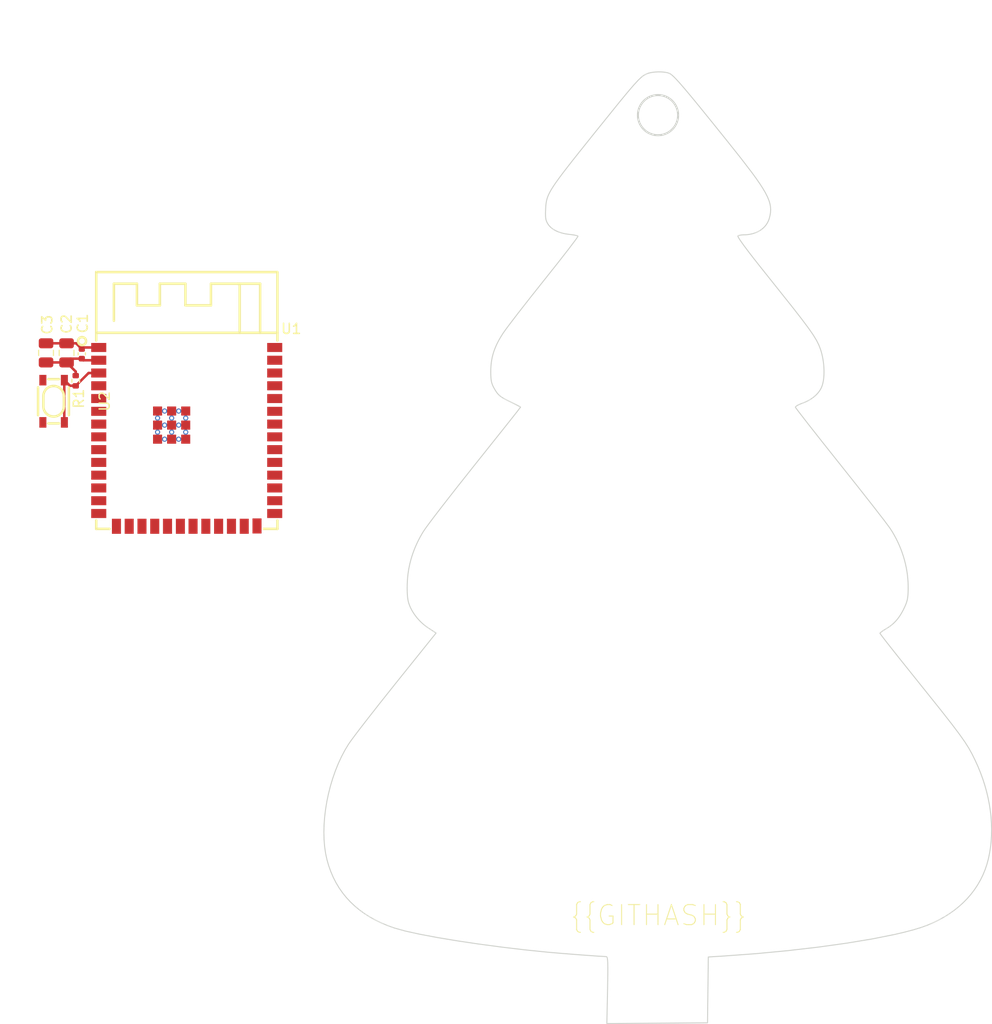
<source format=kicad_pcb>
(kicad_pcb (version 20221018) (generator pcbnew)
  (layers (0 "F.Cu" signal) (31 "B.Cu" signal) (34 "B.Paste" user) (35 "F.Paste" user) (36 "B.SilkS" user "B.Silkscreen") (37 "F.SilkS" user "F.Silkscreen") (38 "B.Mask" user) (39 "F.Mask" user) (44 "Edge.Cuts" user))
  (net 0 "")
  (net 1 "en")
  (net 2 "io4")
  (net 3 "io5")
  (net 4 "io6")
  (net 5 "io7")
  (net 6 "io15")
  (net 7 "io16")
  (net 8 "io17")
  (net 9 "io18")
  (net 10 "io8")
  (net 11 "io19")
  (net 12 "io20")
  (net 13 "io3")
  (net 14 "io46")
  (net 15 "io9")
  (net 16 "io10")
  (net 17 "io11")
  (net 18 "io12")
  (net 19 "io13")
  (net 20 "io14")
  (net 21 "io21")
  (net 22 "io47")
  (net 23 "io48")
  (net 24 "io45")
  (net 25 "io0")
  (net 26 "io35")
  (net 27 "io36")
  (net 28 "io37")
  (net 29 "io38")
  (net 30 "io39")
  (net 31 "io40")
  (net 32 "ic-gnd")
  (net 33 "vcc")
  (net 34 "io41")
  (net 35 "io42")
  (net 36 "rxd0")
  (net 37 "txd0")
  (net 38 "io2")
  (net 39 "io1")
  (footprint "lib:C0402" (layer "F.Cu") (at 103.924584 82.682368 90)
    (fp_text reference "C1" (at 3.023402 0.088001 90) (layer "F.SilkS"))
    (fp_text value "16V 100nF X7R ±10% 0402  Multilayer Ceramic Capacitors MLCC - SMD/SMT ROHS")
    (fp_line (start -0.107836 -0.36) (end 0.107836 -0.36) (stroke (width 0.12)) (layer "F.SilkS"))
    (fp_line (start -0.107836 0.36) (end 0.107836 0.36) (stroke (width 0.12)) (layer "F.SilkS"))
    (pad "1" smd roundrect (at -0.48 0 90) (size 0.56 0.62) (layers "F.Cu" "F.Paste" "F.Mask") (net 33 "vcc"))
    (pad "2" smd roundrect (at 0.48 0 90) (size 0.56 0.62) (layers "F.Cu" "F.Paste" "F.Mask") (net 32 "ic-gnd"))
  )
  (footprint "lib:C0805" (layer "F.Cu") (at 100.368882 82.586268 90)
    (fp_text reference "C3" (at 2.798816 0.113465 90) (layer "F.SilkS"))
    (fp_text value "25V 10uF X5R ±10% 0805  Multilayer Ceramic Capacitors MLCC - SMD/SMT ROHS")
    (fp_line (start -0.261252 -0.735) (end 0.261252 -0.735) (stroke (width 0.12)) (layer "F.SilkS"))
    (fp_line (start -0.261252 0.735) (end 0.261252 0.735) (stroke (width 0.12)) (layer "F.SilkS"))
    (pad "1" smd roundrect (at -0.95 0 90) (size 1 1.45) (layers "F.Cu" "F.Paste" "F.Mask") (net 33 "vcc"))
    (pad "2" smd roundrect (at 0.95 0 90) (size 1 1.45) (layers "F.Cu" "F.Paste" "F.Mask") (net 32 "ic-gnd"))
  )
  (footprint "lib:R0402" (layer "F.Cu") (at 103.319547 85.358186 -90)
    (fp_text reference "R1" (at 1.781932 -0.305591 90) (layer "F.SilkS"))
    (fp_text value "62.5mW Thick Film Resistors ±100ppm/℃ ±1% 10kΩ 0402  Chip Resistor - Surface Mount ROHS")
    (fp_line (start -0.153641 -0.38) (end 0.153641 -0.38) (stroke (width 0.12)) (layer "F.SilkS"))
    (fp_line (start -0.153641 0.38) (end 0.153641 0.38) (stroke (width 0.12)) (layer "F.SilkS"))
    (pad "1" smd roundrect (at -0.51 0 270) (size 0.54 0.64) (layers "F.Cu" "F.Paste" "F.Mask") (net 33 "vcc"))
    (pad "2" smd roundrect (at 0.51 0 270) (size 0.54 0.64) (layers "F.Cu" "F.Paste" "F.Mask") (net 1 "en"))
  )
  (footprint "lib:WIRELM-SMD_ESP32-S3-WROOM-1" (layer "F.Cu") (at 114.36 90.94)
    (fp_text reference "U1" (at 10.391182 -10.746991) (layer "F.SilkS"))
    (fp_text value "")
    (fp_line (start -9 -16.39) (end -9 -9.57) (stroke (width 0.25)) (layer "F.SilkS"))
    (fp_line (start -9 -10.35) (end 9.02 -10.35) (stroke (width 0.25)) (layer "F.SilkS"))
    (fp_line (start -9 8.3) (end -9 9.15) (stroke (width 0.25)) (layer "F.SilkS"))
    (fp_line (start -9 9.15) (end -7.67 9.15) (stroke (width 0.25)) (layer "F.SilkS"))
    (fp_line (start -7.24 -15.23) (end -7.24 -11.55) (stroke (width 0.25)) (layer "F.SilkS"))
    (fp_line (start -4.95 -15.23) (end -7.24 -15.23) (stroke (width 0.25)) (layer "F.SilkS"))
    (fp_line (start -4.95 -13.08) (end -4.95 -15.23) (stroke (width 0.25)) (layer "F.SilkS"))
    (fp_line (start -2.67 -15.23) (end -2.67 -13.08) (stroke (width 0.25)) (layer "F.SilkS"))
    (fp_line (start -2.67 -13.08) (end -4.95 -13.08) (stroke (width 0.25)) (layer "F.SilkS"))
    (fp_line (start -0.13 -15.23) (end -2.67 -15.23) (stroke (width 0.25)) (layer "F.SilkS"))
    (fp_line (start -0.13 -13.08) (end -0.13 -15.23) (stroke (width 0.25)) (layer "F.SilkS"))
    (fp_line (start 2.41 -15.23) (end 2.41 -13.08) (stroke (width 0.25)) (layer "F.SilkS"))
    (fp_line (start 2.41 -13.08) (end -0.13 -13.08) (stroke (width 0.25)) (layer "F.SilkS"))
    (fp_line (start 5.27 -15.23) (end 2.41 -15.23) (stroke (width 0.25)) (layer "F.SilkS"))
    (fp_line (start 5.27 -10.35) (end 5.27 -15.23) (stroke (width 0.25)) (layer "F.SilkS"))
    (fp_line (start 7.3 -15.23) (end 5.06 -15.23) (stroke (width 0.25)) (layer "F.SilkS"))
    (fp_line (start 7.3 -10.35) (end 7.3 -15.23) (stroke (width 0.25)) (layer "F.SilkS"))
    (fp_line (start 7.67 9.15) (end 9.02 9.15) (stroke (width 0.25)) (layer "F.SilkS"))
    (fp_line (start 9 -16.39) (end -9 -16.39) (stroke (width 0.25)) (layer "F.SilkS"))
    (fp_line (start 9.02 -9.57) (end 9.02 -16.38) (stroke (width 0.25)) (layer "F.SilkS"))
    (fp_line (start 9.02 9.15) (end 9.02 8.3) (stroke (width 0.25)) (layer "F.SilkS"))
    (fp_circle (center -10.41 -9.52) (end -10.01 -9.52) (stroke (width 0.25)) (fill none) (layer "F.SilkS"))
    (pad "" thru_hole circle (at -2.9 -1.87) (size 0.5 0.5) (drill 0.3) (layers "*.Cu" "*.Paste" "*.Mask"))
    (pad "" thru_hole circle (at -2.9 -0.47) (size 0.5 0.5) (drill 0.3) (layers "*.Cu" "*.Paste" "*.Mask"))
    (pad "" thru_hole circle (at -2.2 -2.57) (size 0.5 0.5) (drill 0.3) (layers "*.Cu" "*.Paste" "*.Mask"))
    (pad "" thru_hole circle (at -2.2 -1.17) (size 0.5 0.5) (drill 0.3) (layers "*.Cu" "*.Paste" "*.Mask"))
    (pad "" thru_hole circle (at -2.2 0.23) (size 0.5 0.5) (drill 0.3) (layers "*.Cu" "*.Paste" "*.Mask"))
    (pad "" thru_hole circle (at -1.5 -1.87) (size 0.5 0.5) (drill 0.3) (layers "*.Cu" "*.Paste" "*.Mask"))
    (pad "" thru_hole circle (at -1.5 -0.47) (size 0.5 0.5) (drill 0.3) (layers "*.Cu" "*.Paste" "*.Mask"))
    (pad "" thru_hole circle (at -0.8 -2.57) (size 0.5 0.5) (drill 0.3) (layers "*.Cu" "*.Paste" "*.Mask"))
    (pad "" thru_hole circle (at -0.8 -1.17) (size 0.5 0.5) (drill 0.3) (layers "*.Cu" "*.Paste" "*.Mask"))
    (pad "" thru_hole circle (at -0.8 0.23) (size 0.5 0.5) (drill 0.3) (layers "*.Cu" "*.Paste" "*.Mask"))
    (pad "" thru_hole circle (at -0.1 -1.87) (size 0.5 0.5) (drill 0.3) (layers "*.Cu" "*.Paste" "*.Mask"))
    (pad "" thru_hole circle (at -0.1 -0.47) (size 0.5 0.5) (drill 0.3) (layers "*.Cu" "*.Paste" "*.Mask"))
    (pad "1" smd rect (at -8.75 -8.89) (size 1.5 0.9) (layers "F.Cu" "F.Paste" "F.Mask") (net 32 "ic-gnd"))
    (pad "2" smd rect (at -8.75 -7.62) (size 1.5 0.9) (layers "F.Cu" "F.Paste" "F.Mask") (net 33 "vcc"))
    (pad "3" smd rect (at -8.75 -6.35) (size 1.5 0.9) (layers "F.Cu" "F.Paste" "F.Mask") (net 1 "en"))
    (pad "4" smd rect (at -8.75 -5.08) (size 1.5 0.9) (layers "F.Cu" "F.Paste" "F.Mask") (net 2 "io4"))
    (pad "5" smd rect (at -8.75 -3.81) (size 1.5 0.9) (layers "F.Cu" "F.Paste" "F.Mask") (net 3 "io5"))
    (pad "6" smd rect (at -8.75 -2.54) (size 1.5 0.9) (layers "F.Cu" "F.Paste" "F.Mask") (net 4 "io6"))
    (pad "7" smd rect (at -8.75 -1.27) (size 1.5 0.9) (layers "F.Cu" "F.Paste" "F.Mask") (net 5 "io7"))
    (pad "8" smd rect (at -8.75 0) (size 1.5 0.9) (layers "F.Cu" "F.Paste" "F.Mask") (net 6 "io15"))
    (pad "9" smd rect (at -8.75 1.27) (size 1.5 0.9) (layers "F.Cu" "F.Paste" "F.Mask") (net 7 "io16"))
    (pad "10" smd rect (at -8.75 2.54) (size 1.5 0.9) (layers "F.Cu" "F.Paste" "F.Mask") (net 8 "io17"))
    (pad "11" smd rect (at -8.75 3.81) (size 1.5 0.9) (layers "F.Cu" "F.Paste" "F.Mask") (net 9 "io18"))
    (pad "12" smd rect (at -8.75 5.08) (size 1.5 0.9) (layers "F.Cu" "F.Paste" "F.Mask") (net 10 "io8"))
    (pad "13" smd rect (at -8.75 6.35) (size 1.5 0.9) (layers "F.Cu" "F.Paste" "F.Mask") (net 11 "io19"))
    (pad "14" smd rect (at -8.75 7.62) (size 1.5 0.9) (layers "F.Cu" "F.Paste" "F.Mask") (net 12 "io20"))
    (pad "15" smd rect (at -6.99 8.89 90) (size 1.5 0.9) (layers "F.Cu" "F.Paste" "F.Mask") (net 13 "io3"))
    (pad "16" smd rect (at -5.72 8.89 90) (size 1.5 0.9) (layers "F.Cu" "F.Paste" "F.Mask") (net 14 "io46"))
    (pad "17" smd rect (at -4.45 8.89 90) (size 1.5 0.9) (layers "F.Cu" "F.Paste" "F.Mask") (net 15 "io9"))
    (pad "18" smd rect (at -3.18 8.89 90) (size 1.5 0.9) (layers "F.Cu" "F.Paste" "F.Mask") (net 16 "io10"))
    (pad "19" smd rect (at -1.91 8.89 90) (size 1.5 0.9) (layers "F.Cu" "F.Paste" "F.Mask") (net 17 "io11"))
    (pad "20" smd rect (at -0.63 8.89 90) (size 1.5 0.9) (layers "F.Cu" "F.Paste" "F.Mask") (net 18 "io12"))
    (pad "21" smd rect (at 0.63 8.89 90) (size 1.5 0.9) (layers "F.Cu" "F.Paste" "F.Mask") (net 19 "io13"))
    (pad "22" smd rect (at 1.9 8.89 90) (size 1.5 0.9) (layers "F.Cu" "F.Paste" "F.Mask") (net 20 "io14"))
    (pad "23" smd rect (at 3.17 8.89 90) (size 1.5 0.9) (layers "F.Cu" "F.Paste" "F.Mask") (net 21 "io21"))
    (pad "24" smd rect (at 4.45 8.89 90) (size 1.5 0.9) (layers "F.Cu" "F.Paste" "F.Mask") (net 22 "io47"))
    (pad "25" smd rect (at 5.72 8.89 90) (size 1.5 0.9) (layers "F.Cu" "F.Paste" "F.Mask") (net 23 "io48"))
    (pad "26" smd rect (at 6.99 8.86 90) (size 1.5 0.9) (layers "F.Cu" "F.Paste" "F.Mask") (net 24 "io45"))
    (pad "27" smd rect (at 8.75 7.62 180) (size 1.5 0.9) (layers "F.Cu" "F.Paste" "F.Mask") (net 25 "io0"))
    (pad "28" smd rect (at 8.75 6.35 180) (size 1.5 0.9) (layers "F.Cu" "F.Paste" "F.Mask") (net 26 "io35"))
    (pad "29" smd rect (at 8.75 5.08 180) (size 1.5 0.9) (layers "F.Cu" "F.Paste" "F.Mask") (net 27 "io36"))
    (pad "30" smd rect (at 8.75 3.81 180) (size 1.5 0.9) (layers "F.Cu" "F.Paste" "F.Mask") (net 28 "io37"))
    (pad "31" smd rect (at 8.75 2.54 180) (size 1.5 0.9) (layers "F.Cu" "F.Paste" "F.Mask") (net 29 "io38"))
    (pad "32" smd rect (at 8.75 1.27 180) (size 1.5 0.9) (layers "F.Cu" "F.Paste" "F.Mask") (net 30 "io39"))
    (pad "33" smd rect (at 8.75 0 180) (size 1.5 0.9) (layers "F.Cu" "F.Paste" "F.Mask") (net 31 "io40"))
    (pad "34" smd rect (at 8.75 -1.27 180) (size 1.5 0.9) (layers "F.Cu" "F.Paste" "F.Mask") (net 34 "io41"))
    (pad "35" smd rect (at 8.75 -2.54 180) (size 1.5 0.9) (layers "F.Cu" "F.Paste" "F.Mask") (net 35 "io42"))
    (pad "36" smd rect (at 8.75 -3.81 180) (size 1.5 0.9) (layers "F.Cu" "F.Paste" "F.Mask") (net 36 "rxd0"))
    (pad "37" smd rect (at 8.75 -5.08 180) (size 1.5 0.9) (layers "F.Cu" "F.Paste" "F.Mask") (net 37 "txd0"))
    (pad "38" smd rect (at 8.75 -6.35 180) (size 1.5 0.9) (layers "F.Cu" "F.Paste" "F.Mask") (net 38 "io2"))
    (pad "39" smd rect (at 8.75 -7.62 180) (size 1.5 0.9) (layers "F.Cu" "F.Paste" "F.Mask") (net 39 "io1"))
    (pad "40" smd rect (at 8.75 -8.89 180) (size 1.5 0.9) (layers "F.Cu" "F.Paste" "F.Mask") (net 32 "ic-gnd"))
    (pad "41" smd rect (at -2.9 -2.57 90) (size 0.9 0.9) (layers "F.Cu" "F.Paste" "F.Mask") (net 32 "ic-gnd"))
    (pad "41" smd rect (at -2.9 -1.17 90) (size 0.9 0.9) (layers "F.Cu" "F.Paste" "F.Mask") (net 32 "ic-gnd"))
    (pad "41" smd rect (at -2.9 0.23 90) (size 0.9 0.9) (layers "F.Cu" "F.Paste" "F.Mask") (net 32 "ic-gnd"))
    (pad "41" smd rect (at -1.5 -2.57 90) (size 0.9 0.9) (layers "F.Cu" "F.Paste" "F.Mask") (net 32 "ic-gnd"))
    (pad "41" smd rect (at -1.5 -1.17 90) (size 0.9 0.9) (layers "F.Cu" "F.Paste" "F.Mask") (net 32 "ic-gnd"))
    (pad "41" smd rect (at -1.5 0.23 90) (size 0.9 0.9) (layers "F.Cu" "F.Paste" "F.Mask") (net 32 "ic-gnd"))
    (pad "41" smd rect (at -0.1 -2.57 90) (size 0.9 0.9) (layers "F.Cu" "F.Paste" "F.Mask") (net 32 "ic-gnd"))
    (pad "41" smd rect (at -0.1 -1.17 90) (size 0.9 0.9) (layers "F.Cu" "F.Paste" "F.Mask") (net 32 "ic-gnd"))
    (pad "41" smd rect (at -0.1 0.23 90) (size 0.9 0.9) (layers "F.Cu" "F.Paste" "F.Mask") (net 32 "ic-gnd"))
  )
  (footprint "lib:KEY-SMD_4P-L4.2-W3.2-P2.20-LS4.6" (layer "F.Cu") (at 101.123843 87.39919 -90)
    (fp_text reference "U2" (at 0 -5.07 90) (layer "F.SilkS"))
    (fp_text value "")
    (fp_line (start -2.2 -0.54) (end -2.2 0.54) (stroke (width 0.25)) (layer "F.SilkS"))
    (fp_line (start -1.38 1.55) (end 1.38 1.55) (stroke (width 0.25)) (layer "F.SilkS"))
    (fp_line (start -0.51 -1.02) (end 0.51 -1.02) (stroke (width 0.25)) (layer "F.SilkS"))
    (fp_line (start -0.51 1.02) (end 0.51 1.02) (stroke (width 0.25)) (layer "F.SilkS"))
    (fp_line (start 1.37 -1.52) (end -1.37 -1.52) (stroke (width 0.25)) (layer "F.SilkS"))
    (fp_line (start 2.2 -0.54) (end 2.2 0.54) (stroke (width 0.25)) (layer "F.SilkS"))
    (fp_arc (start -0.51 1.02) (mid -1.53 0) (end -0.51 -1.02) (stroke (width 0.25)) (layer "F.SilkS"))
    (fp_arc (start 0.51 -1.02) (mid 1.53 0) (end 0.51 1.02) (stroke (width 0.25)) (layer "F.SilkS"))
    (pad "1" smd rect (at -2.1 -1.07 270) (size 1.05 0.7) (layers "F.Cu" "F.Paste" "F.Mask") (net 1 "en"))
    (pad "2" smd rect (at 2.1 -1.07 270) (size 1.05 0.7) (layers "F.Cu" "F.Paste" "F.Mask") (net 1 "en"))
    (pad "3" smd rect (at -2.1 1.07 270) (size 1.05 0.7) (layers "F.Cu" "F.Paste" "F.Mask") (net 32 "ic-gnd"))
    (pad "4" smd rect (at 2.1 1.07 270) (size 1.05 0.7) (layers "F.Cu" "F.Paste" "F.Mask") (net 32 "ic-gnd"))
  )
  (footprint "lib:C0805" (layer "F.Cu") (at 102.411261 82.586268 90)
    (fp_text reference "C2" (at 2.874459 0 90) (layer "F.SilkS"))
    (fp_text value "25V 10uF X5R ±10% 0805  Multilayer Ceramic Capacitors MLCC - SMD/SMT ROHS")
    (fp_line (start -0.261252 -0.735) (end 0.261252 -0.735) (stroke (width 0.12)) (layer "F.SilkS"))
    (fp_line (start -0.261252 0.735) (end 0.261252 0.735) (stroke (width 0.12)) (layer "F.SilkS"))
    (pad "1" smd roundrect (at -0.95 0 90) (size 1 1.45) (layers "F.Cu" "F.Paste" "F.Mask") (net 33 "vcc"))
    (pad "2" smd roundrect (at 0.95 0 90) (size 1 1.45) (layers "F.Cu" "F.Paste" "F.Mask") (net 32 "ic-gnd"))
  )
  (gr_circle (center 161.229974 58.946031) (end 163.229974 58.946031) (stroke (width 0.2)) (fill none) (layer "Edge.Cuts"))
  (gr_poly (pts (xy 161.429183 54.643361) (xy 161.588699 54.648976) (xy 161.743405 54.660128) (xy 161.8913 54.67685) (xy 162.030385 54.699174) (xy 162.158659 54.727132) (xy 162.274122 54.760758) (xy 162.374774 54.800082) (xy 162.418214 54.822065) (xy 162.465501 54.850416) (xy 162.517128 54.885713) (xy 162.573587 54.928531) (xy 162.702967 55.039035) (xy 162.857578 55.186538) (xy 163.041357 55.37565) (xy 163.258241 55.610981) (xy 163.512165 55.897139) (xy 163.807067 56.238735) (xy 164.146884 56.640378) (xy 164.53555 57.106678) (xy 164.977005 57.642244) (xy 165.475183 58.251687) (xy 166.657456 59.710639) (xy 168.113864 61.520411) (xy 169.490282 63.25197) (xy 170.562092 64.650979) (xy 170.993296 65.243203) (xy 171.359779 65.7732) (xy 171.665351 66.247941) (xy 171.913823 66.674396) (xy 172.109006 67.059535) (xy 172.254708 67.41033) (xy 172.354741 67.733749) (xy 172.412915 68.036764) (xy 172.433041 68.326344) (xy 172.418927 68.609461) (xy 172.374385 68.893084) (xy 172.303226 69.184183) (xy 172.274597 69.278158) (xy 172.242 69.369887) (xy 172.205507 69.459324) (xy 172.165188 69.546423) (xy 172.121114 69.631137) (xy 172.073357 69.713419) (xy 172.021987 69.793223) (xy 171.967076 69.870502) (xy 171.908694 69.945208) (xy 171.846914 70.017296) (xy 171.781806 70.08672) (xy 171.71344 70.153431) (xy 171.641889 70.217383) (xy 171.567223 70.278531) (xy 171.489513 70.336826) (xy 171.408831 70.392223) (xy 171.325247 70.444674) (xy 171.238833 70.494134) (xy 171.14966 70.540554) (xy 171.057799 70.58389) (xy 170.96332 70.624093) (xy 170.866295 70.661118) (xy 170.766796 70.694917) (xy 170.664893 70.725444) (xy 170.560657 70.752652) (xy 170.45416 70.776495) (xy 170.345472 70.796926) (xy 170.234664 70.813898) (xy 170.121809 70.827364) (xy 170.006976 70.837278) (xy 169.890237 70.843593) (xy 169.771663 70.846262) (xy 169.726607 70.847177) (xy 169.681188 70.849133) (xy 169.590479 70.855957) (xy 169.501974 70.8663) (xy 169.418107 70.879728) (xy 169.378675 70.887463) (xy 169.341315 70.895806) (xy 169.306334 70.904703) (xy 169.274034 70.9141) (xy 169.244721 70.923942) (xy 169.218699 70.934176) (xy 169.196272 70.944746) (xy 169.177745 70.955599) (xy 169.171643 70.965792) (xy 169.172154 70.983757) (xy 169.17922 71.009417) (xy 169.192785 71.042693) (xy 169.239181 71.131786) (xy 169.310885 71.250417) (xy 169.407439 71.397965) (xy 169.528385 71.573811) (xy 169.673265 71.777334) (xy 169.841623 72.007915) (xy 170.246938 72.547768) (xy 170.740668 73.18841) (xy 171.319154 73.924882) (xy 171.978732 74.752222) (xy 174.641332 78.093405) (xy 175.537111 79.246786) (xy 176.200008 80.134787) (xy 176.673118 80.816979) (xy 176.99954 81.352933) (xy 177.222371 81.802218) (xy 177.384708 82.224406) (xy 177.462833 82.472098) (xy 177.531331 82.72855) (xy 177.59016 82.991701) (xy 177.639284 83.259489) (xy 177.678662 83.529854) (xy 177.708257 83.800735) (xy 177.728028 84.070071) (xy 177.737937 84.335802) (xy 177.737946 84.595867) (xy 177.728014 84.848205) (xy 177.708104 85.090755) (xy 177.678176 85.321456) (xy 177.638191 85.538248) (xy 177.588111 85.739069) (xy 177.527896 85.92186) (xy 177.457507 86.084559) (xy 177.391656 86.207668) (xy 177.318059 86.327563) (xy 177.236853 86.444134) (xy 177.148173 86.557272) (xy 177.052156 86.666869) (xy 176.948938 86.772814) (xy 176.838657 86.874999) (xy 176.721448 86.973315) (xy 176.597448 87.067652) (xy 176.466794 87.157903) (xy 176.32962 87.243956) (xy 176.186065 87.325705) (xy 176.036265 87.403039) (xy 175.880355 87.475849) (xy 175.718473 87.544027) (xy 175.550754 87.607462) (xy 175.482045 87.632835) (xy 175.415483 87.658969) (xy 175.351405 87.685667) (xy 175.290146 87.712731) (xy 175.23204 87.739963) (xy 175.177423 87.767164) (xy 175.126631 87.794136) (xy 175.079997 87.820681) (xy 175.037859 87.846601) (xy 175.00055 87.871698) (xy 174.968407 87.895773) (xy 174.941764 87.918629) (xy 174.920956 87.940066) (xy 174.90632 87.959888) (xy 174.898189 87.977896) (xy 174.896668 87.986157) (xy 174.8969 87.993891) (xy 174.922027 88.037315) (xy 174.991394 88.135797) (xy 175.25375 88.486297) (xy 176.209258 89.720013) (xy 177.617844 91.508896) (xy 179.333926 93.666804) (xy 181.092323 95.879526) (xy 182.616098 97.817656) (xy 183.742073 99.272256) (xy 184.307071 100.034388) (xy 184.515284 100.360502) (xy 184.7117 100.694247) (xy 184.896111 101.034954) (xy 185.068309 101.381957) (xy 185.228084 101.734588) (xy 185.375229 102.092181) (xy 185.509535 102.454068) (xy 185.630794 102.819582) (xy 185.738797 103.188056) (xy 185.833335 103.558822) (xy 185.914201 103.931214) (xy 185.981186 104.304563) (xy 186.034081 104.678204) (xy 186.072678 105.051468) (xy 186.096768 105.423689) (xy 186.106143 105.794199) (xy 186.105091 106.172735) (xy 186.095928 106.491761) (xy 186.087599 106.633067) (xy 186.076394 106.764426) (xy 186.062032 106.887483) (xy 186.044229 107.003882) (xy 186.022703 107.115265) (xy 185.997171 107.223277) (xy 185.967351 107.329562) (xy 185.932961 107.435763) (xy 185.893716 107.543524) (xy 185.849336 107.654488) (xy 185.744037 107.892603) (xy 185.654537 108.079442) (xy 185.563285 108.257402) (xy 185.469989 108.426825) (xy 185.374358 108.588053) (xy 185.276102 108.741425) (xy 185.174928 108.887283) (xy 185.070547 109.025968) (xy 184.962667 109.15782) (xy 184.850997 109.283181) (xy 184.735246 109.402392) (xy 184.615122 109.515794) (xy 184.490336 109.623727) (xy 184.360596 109.726532) (xy 184.22561 109.824551) (xy 184.085088 109.918125) (xy 183.938739 110.007593) (xy 183.810996 110.084401) (xy 183.691836 110.159793) (xy 183.583867 110.231854) (xy 183.489696 110.298666) (xy 183.41193 110.358313) (xy 183.380014 110.384851) (xy 183.353176 110.408878) (xy 183.331744 110.430155) (xy 183.316042 110.448443) (xy 183.306397 110.463502) (xy 183.303947 110.469746) (xy 183.303134 110.475092) (xy 183.318272 110.503511) (xy 183.362609 110.567965) (xy 183.532916 110.797359) (xy 183.802115 111.148045) (xy 184.158269 111.604794) (xy 185.08369 112.775559) (xy 186.213672 114.187815) (xy 189.362188 118.120691) (xy 190.402126 119.447898) (xy 191.169656 120.462983) (xy 191.727633 121.251467) (xy 192.13891 121.898876) (xy 192.466342 122.490732) (xy 192.772785 123.112559) (xy 193.051147 123.726705) (xy 193.303988 124.346147) (xy 193.531154 124.969731) (xy 193.732492 125.596305) (xy 193.907848 126.224716) (xy 194.05707 126.853811) (xy 194.180003 127.482437) (xy 194.276494 128.109442) (xy 194.346391 128.733673) (xy 194.389538 129.353977) (xy 194.405784 129.969202) (xy 194.394974 130.578194) (xy 194.356955 131.1798) (xy 194.291575 131.772869) (xy 194.198678 132.356247) (xy 194.078113 132.928782) (xy 193.929544 133.476781) (xy 193.74781 134.009233) (xy 193.533455 134.525547) (xy 193.287022 135.025131) (xy 193.009057 135.507395) (xy 192.700103 135.971748) (xy 192.360704 136.4176) (xy 191.991405 136.844359) (xy 191.592749 137.251434) (xy 191.165282 137.638235) (xy 190.709547 138.004171) (xy 190.226087 138.348651) (xy 189.715449 138.671084) (xy 189.178175 138.970879) (xy 188.61481 139.247446) (xy 188.025897 139.500193) (xy 187.387382 139.730873) (xy 186.62691 139.962173) (xy 185.752713 140.192844) (xy 184.773022 140.421641) (xy 182.530085 140.868622) (xy 179.96395 141.293139) (xy 177.140466 141.685214) (xy 174.125485 142.034872) (xy 170.984858 142.332135) (xy 167.784435 142.567026) (xy 166.231372 142.664027) (xy 166.19247 145.936793) (xy 166.153667 149.209559) (xy 161.14812 149.247553) (xy 156.142551 149.285548) (xy 156.211231 145.955256) (xy 156.23825 144.264273) (xy 156.238691 143.682086) (xy 156.22939 143.24944) (xy 156.209575 142.946836) (xy 156.195482 142.838207) (xy 156.178471 142.754778) (xy 156.158445 142.69411) (xy 156.135307 142.653767) (xy 156.108961 142.631312) (xy 156.079311 142.624308) (xy 155.214992 142.57575) (xy 153.588337 142.458798) (xy 151.746032 142.31468) (xy 150.23476 142.184626) (xy 147.951424 141.950142) (xy 145.645248 141.676286) (xy 143.382545 141.373503) (xy 141.229626 141.052239) (xy 139.252805 140.722941) (xy 137.518395 140.396054) (xy 136.092708 140.082025) (xy 135.042056 139.7913) (xy 134.381421 139.556594) (xy 133.752014 139.295735) (xy 133.153989 139.00888) (xy 132.587501 138.696185) (xy 132.052705 138.357807) (xy 131.549756 137.993902) (xy 131.078809 137.604627) (xy 130.64002 137.190138) (xy 130.233542 136.750592) (xy 129.859531 136.286146) (xy 129.518141 135.796955) (xy 129.209529 135.283176) (xy 128.933847 134.744967) (xy 128.691252 134.182482) (xy 128.481899 133.59588) (xy 128.305942 132.985316) (xy 128.169056 132.349397) (xy 128.072975 131.677754) (xy 128.016707 130.975694) (xy 127.999256 130.248525) (xy 128.019631 129.501555) (xy 128.076838 128.740093) (xy 128.169883 127.969445) (xy 128.297773 127.19492) (xy 128.459515 126.421826) (xy 128.654115 125.65547) (xy 128.880581 124.901161) (xy 129.137918 124.164206) (xy 129.425134 123.449914) (xy 129.741235 122.763591) (xy 130.085228 122.110547) (xy 130.456119 121.496088) (xy 130.678839 121.176405) (xy 131.044408 120.681658) (xy 131.533542 120.036727) (xy 132.126955 119.266491) (xy 133.549488 117.449628) (xy 135.157733 115.430109) (xy 139.156955 110.449519) (xy 138.361812 109.926661) (xy 138.191303 109.808793) (xy 138.024907 109.682349) (xy 137.863136 109.547997) (xy 137.706502 109.406407) (xy 137.555518 109.258246) (xy 137.410696 109.104183) (xy 137.27255 108.944887) (xy 137.141591 108.781027) (xy 137.018333 108.613271) (xy 136.903287 108.442289) (xy 136.796967 108.268748) (xy 136.699885 108.093317) (xy 136.612554 107.916666) (xy 136.535485 107.739462) (xy 136.469192 107.562375) (xy 136.414188 107.386072) (xy 136.393025 107.303561) (xy 136.373683 107.213821) (xy 136.356172 107.117074) (xy 136.340506 107.013541) (xy 136.326696 106.903442) (xy 136.314755 106.786999) (xy 136.296527 106.535963) (xy 136.28592 106.262201) (xy 136.28303 105.96748) (xy 136.287955 105.653567) (xy 136.300792 105.32223) (xy 136.322244 104.998512) (xy 136.354436 104.675622) (xy 136.397314 104.353731) (xy 136.450821 104.033012) (xy 136.514903 103.713637) (xy 136.589505 103.395777) (xy 136.67457 103.079605) (xy 136.770045 102.765293) (xy 136.875873 102.453014) (xy 136.991999 102.142939) (xy 137.118369 101.83524) (xy 137.254926 101.53009) (xy 137.401615 101.227661) (xy 137.558383 100.928125) (xy 137.725172 100.631653) (xy 137.901927 100.338419) (xy 138.126212 100.011097) (xy 138.51292 99.483877) (xy 139.040899 98.784161) (xy 139.688993 97.939352) (xy 141.260913 95.92407) (xy 143.059451 93.657252) (xy 146.236175 89.672407) (xy 147.202546 88.449633) (xy 147.557468 87.987986) (xy 147.556054 87.984938) (xy 147.551858 87.980582) (xy 147.535398 87.968089) (xy 147.508643 87.9508) (xy 147.472146 87.929003) (xy 147.372145 87.873051) (xy 147.239832 87.802557) (xy 147.079641 87.719846) (xy 146.896006 87.62724) (xy 146.693363 87.527063) (xy 146.476146 87.421641) (xy 146.164445 87.267635) (xy 146.029652 87.197126) (xy 145.907363 87.129704) (xy 145.796428 87.064435) (xy 145.695696 87.000386) (xy 145.604016 86.936623) (xy 145.520238 86.872216) (xy 145.443212 86.806229) (xy 145.371787 86.737731) (xy 145.304812 86.665788) (xy 145.241137 86.589467) (xy 145.179611 86.507836) (xy 145.119084 86.419962) (xy 145.058406 86.324911) (xy 144.996425 86.221751) (xy 144.936178 86.116882) (xy 144.882127 86.017884) (xy 144.833953 85.923336) (xy 144.791331 85.831816) (xy 144.753942 85.741904) (xy 144.721463 85.652177) (xy 144.693573 85.561215) (xy 144.669949 85.467596) (xy 144.65027 85.3699) (xy 144.634215 85.266704) (xy 144.621462 85.156587) (xy 144.611688 85.038128) (xy 144.604572 84.909906) (xy 144.599793 84.7705) (xy 144.597029 84.618488) (xy 144.595958 84.452448) (xy 144.599628 84.195279) (xy 144.611925 83.944089) (xy 144.633095 83.698112) (xy 144.663381 83.456583) (xy 144.703029 83.218738) (xy 144.752282 82.983811) (xy 144.811387 82.751037) (xy 144.880586 82.519652) (xy 144.960125 82.28889) (xy 145.050249 82.057986) (xy 145.151202 81.826176) (xy 145.26323 81.592694) (xy 145.386575 81.356776) (xy 145.521483 81.117655) (xy 145.6682 80.874568) (xy 145.826969 80.626749) (xy 146.032392 80.333611) (xy 146.358724 79.892071) (xy 147.30702 78.650511) (xy 148.537667 77.075522) (xy 149.916477 75.340556) (xy 151.237226 73.678901) (xy 152.309769 72.303534) (xy 153.024068 71.357417) (xy 153.212489 71.090004) (xy 153.258499 71.015527) (xy 153.270084 70.983515) (xy 153.265966 70.978423) (xy 153.259854 70.973183) (xy 153.251803 70.967809) (xy 153.241867 70.96231) (xy 153.216558 70.950987) (xy 153.184364 70.939307) (xy 153.14572 70.927361) (xy 153.101062 70.915241) (xy 153.050827 70.903038) (xy 152.995449 70.890845) (xy 152.935366 70.878753) (xy 152.871013 70.866854) (xy 152.802825 70.855239) (xy 152.73124 70.844002) (xy 152.656692 70.833232) (xy 152.579618 70.823023) (xy 152.500454 70.813465) (xy 152.419635 70.804652) (xy 152.231149 70.781807) (xy 152.048915 70.752885) (xy 151.873161 70.717993) (xy 151.704112 70.677241) (xy 151.541996 70.63074) (xy 151.387039 70.578598) (xy 151.239467 70.520925) (xy 151.099507 70.457831) (xy 150.967385 70.389425) (xy 150.843329 70.315816) (xy 150.727564 70.237115) (xy 150.620318 70.153431) (xy 150.521817 70.064872) (xy 150.432287 69.97155) (xy 150.351955 69.873574) (xy 150.281047 69.771052) (xy 150.239903 69.703254) (xy 150.203083 69.636552) (xy 150.170436 69.569895) (xy 150.141808 69.502228) (xy 150.117043 69.432499) (xy 150.095989 69.359654) (xy 150.078492 69.282642) (xy 150.064398 69.200408) (xy 150.053553 69.111901) (xy 150.045804 69.016066) (xy 150.040997 68.911851) (xy 150.038978 68.798203) (xy 150.039593 68.674069) (xy 150.042688 68.538396) (xy 150.04811 68.39013) (xy 150.055705 68.22822) (xy 150.072415 67.962758) (xy 150.098332 67.715002) (xy 150.116664 67.59479) (xy 150.139604 67.475438) (xy 150.16792 67.355755) (xy 150.202381 67.234552) (xy 150.243756 67.110641) (xy 150.292814 66.982832) (xy 150.350322 66.849936) (xy 150.41705 66.710763) (xy 150.493766 66.564125) (xy 150.58124 66.408832) (xy 150.680239 66.243695) (xy 150.791532 66.067525) (xy 150.915888 65.879133) (xy 151.054076 65.677329) (xy 151.375022 65.228731) (xy 151.760519 64.712216) (xy 152.216716 64.11827) (xy 152.749763 63.437382) (xy 153.365808 62.660036) (xy 154.871494 60.777918) (xy 157.351611 57.70227) (xy 158.182147 56.694478) (xy 158.801918 55.969401) (xy 159.257611 55.474061) (xy 159.595914 55.15548) (xy 159.735634 55.045918) (xy 159.863513 54.960679) (xy 160.107097 54.83668) (xy 160.2199 54.793912) (xy 160.345893 54.756391) (xy 160.483077 54.724149) (xy 160.629452 54.697218) (xy 160.783018 54.67563) (xy 160.941774 54.659418) (xy 161.10372 54.648615) (xy 161.266857 54.643252)) (stroke (width 0.1)) (fill none) (layer "Edge.Cuts"))
  (gr_text "{{GITHASH}}" (at 152.4 139.7) (layer "F.SilkS") (effects (font (size 2 2) (thickness 0.1)) (justify left bottom)))
  (segment (start 103.303266 85.851905) (end 103.319547 85.868186) (width 0.25) (layer "F.Cu") (net 1))
  (segment (start 102.746233 85.851905) (end 103.303266 85.851905) (width 0.25) (layer "F.Cu") (net 1))
  (segment (start 104.597733 84.59) (end 105.61 84.59) (width 0.25) (layer "F.Cu") (net 1))
  (segment (start 102.182894 89.488566) (end 102.182894 85.288566) (width 0.25) (layer "F.Cu") (net 1))
  (segment (start 103.319547 85.868186) (end 104.597733 84.59) (width 0.25) (layer "F.Cu") (net 1))
  (segment (start 102.182894 85.288566) (end 102.746233 85.851905) (width 0.25) (layer "F.Cu") (net 1))
  (segment (start 104.076952 82.05) (end 103.924584 82.202368) (width 0.25) (layer "F.Cu") (net 32))
  (segment (start 100.368882 81.636268) (end 102.411261 81.636268) (width 0.25) (layer "F.Cu") (net 32))
  (segment (start 105.61 82.05) (end 104.076952 82.05) (width 0.25) (layer "F.Cu") (net 32))
  (segment (start 103.358484 81.636268) (end 103.924584 82.202368) (width 0.25) (layer "F.Cu") (net 32))
  (segment (start 102.411261 81.636268) (end 103.358484 81.636268) (width 0.25) (layer "F.Cu") (net 32))
  (segment (start 103.319547 84.444554) (end 102.411261 83.536268) (width 0.25) (layer "F.Cu") (net 33))
  (segment (start 100.368882 83.536268) (end 102.411261 83.536268) (width 0.25) (layer "F.Cu") (net 33))
  (segment (start 104.082216 83.32) (end 103.924584 83.162368) (width 0.25) (layer "F.Cu") (net 33))
  (segment (start 102.785161 83.162368) (end 102.411261 83.536268) (width 0.25) (layer "F.Cu") (net 33))
  (segment (start 105.61 83.32) (end 104.082216 83.32) (width 0.25) (layer "F.Cu") (net 33))
  (segment (start 103.319547 84.848186) (end 103.319547 84.444554) (width 0.25) (layer "F.Cu") (net 33))
  (segment (start 103.924584 83.162368) (end 102.785161 83.162368) (width 0.25) (layer "F.Cu") (net 33))
)
</source>
